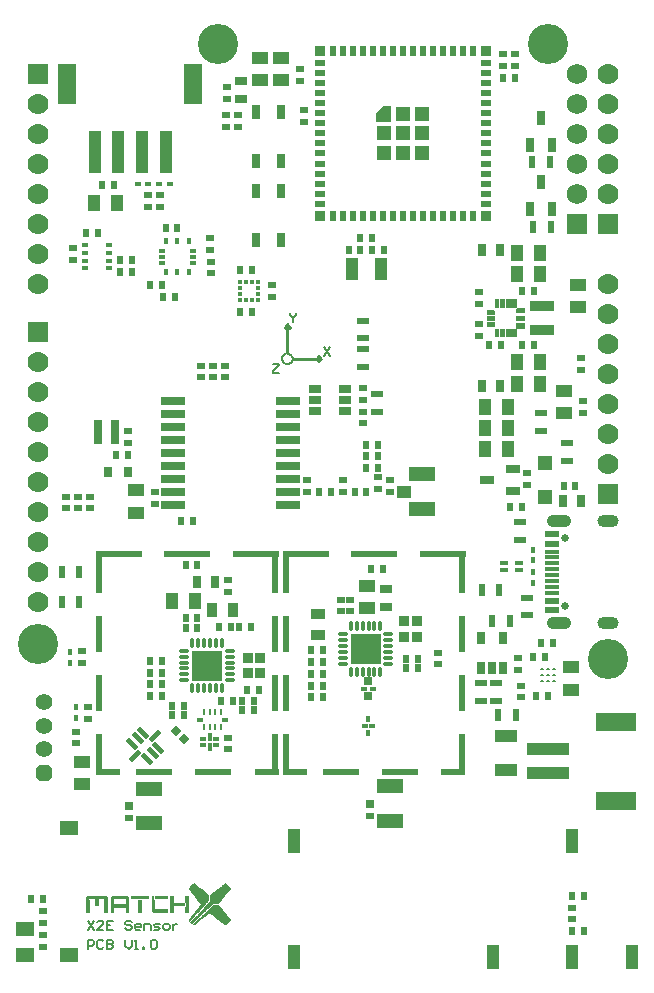
<source format=gts>
G04*
G04 #@! TF.GenerationSoftware,Altium Limited,Altium Designer,23.4.1 (23)*
G04*
G04 Layer_Color=8388736*
%FSLAX44Y44*%
%MOMM*%
G71*
G04*
G04 #@! TF.SameCoordinates,B80EE6FD-DE0C-41A8-97C9-53CED130240B*
G04*
G04*
G04 #@! TF.FilePolarity,Negative*
G04*
G01*
G75*
%ADD10C,0.2000*%
%ADD18C,0.2560*%
%ADD19C,0.2032*%
%ADD26R,1.1500X0.6000*%
%ADD27R,1.1500X0.3000*%
%ADD67R,0.6000X0.3000*%
%ADD68R,0.2500X0.5000*%
%ADD87C,0.1725*%
%ADD88C,0.1270*%
%ADD89R,0.3516X0.6016*%
%ADD90R,0.6016X0.3516*%
%ADD91R,1.1016X1.9016*%
%ADD92R,1.1016X2.0516*%
%ADD93R,1.6016X1.3016*%
%ADD94R,0.7516X1.1516*%
%ADD95R,0.7016X0.6016*%
%ADD96R,1.1016X0.7016*%
%ADD97R,0.7016X1.1016*%
%ADD98R,1.2516X0.7016*%
%ADD99R,0.5016X0.4016*%
%ADD100R,0.7016X0.9016*%
%ADD101R,1.3016X1.3016*%
%ADD102R,1.3016X1.3016*%
%ADD103R,2.1016X0.8016*%
%ADD104R,3.1000X0.6000*%
%ADD105R,0.6000X3.1000*%
%ADD106R,3.9000X0.6000*%
%ADD107R,2.1000X0.6000*%
%ADD108R,3.0718X0.6000*%
%ADD109R,2.0558X0.6000*%
%ADD110R,0.8016X2.1016*%
%ADD111R,1.4016X1.0016*%
%ADD112R,1.0016X0.6016*%
%ADD113O,0.9016X0.3516*%
%ADD114O,0.3516X0.9016*%
%ADD115R,2.5000X2.5000*%
%ADD116R,0.3016X0.7016*%
%ADD117R,0.5016X0.3016*%
%ADD118R,0.8500X0.9500*%
G04:AMPARAMS|DCode=119|XSize=0.45mm|YSize=1.1mm|CornerRadius=0mm|HoleSize=0mm|Usage=FLASHONLY|Rotation=315.000|XOffset=0mm|YOffset=0mm|HoleType=Round|Shape=Rectangle|*
%AMROTATEDRECTD119*
4,1,4,-0.5480,-0.2298,0.2298,0.5480,0.5480,0.2298,-0.2298,-0.5480,-0.5480,-0.2298,0.0*
%
%ADD119ROTATEDRECTD119*%

G04:AMPARAMS|DCode=120|XSize=0.45mm|YSize=1.1mm|CornerRadius=0mm|HoleSize=0mm|Usage=FLASHONLY|Rotation=225.000|XOffset=0mm|YOffset=0mm|HoleType=Round|Shape=Rectangle|*
%AMROTATEDRECTD120*
4,1,4,-0.2298,0.5480,0.5480,-0.2298,0.2298,-0.5480,-0.5480,0.2298,-0.2298,0.5480,0.0*
%
%ADD120ROTATEDRECTD120*%

%ADD121R,0.6016X0.4516*%
%ADD122R,0.3766X0.3516*%
%ADD123R,0.3516X0.3766*%
%ADD124R,2.1016X0.9016*%
%ADD125R,0.9016X1.3016*%
%ADD126R,0.7016X1.0016*%
%ADD127R,0.5500X0.4000*%
%ADD128R,0.4000X0.5500*%
%ADD129R,0.6500X0.6500*%
%ADD130R,0.6000X0.4000*%
%ADD131R,1.6016X3.5016*%
%ADD132R,1.1016X3.6016*%
%ADD133R,3.5016X1.6016*%
%ADD134R,3.6016X1.1016*%
%ADD135R,1.9016X1.1016*%
%ADD136R,0.6016X0.6016*%
%ADD137R,0.9016X0.9016*%
%ADD138R,0.9016X0.5016*%
%ADD139R,0.5016X0.9016*%
%ADD140R,0.8016X0.4016*%
%ADD141R,1.1516X1.1016*%
%ADD142R,2.3016X1.1516*%
%ADD143R,0.8016X0.7016*%
%ADD144R,2.2352X1.1516*%
%ADD145R,1.0016X1.4016*%
%ADD146R,0.6016X0.7016*%
%ADD147R,0.4016X0.5016*%
%ADD148R,0.6016X1.0016*%
%ADD149R,1.0016X0.7016*%
%ADD150R,0.7016X1.2516*%
%ADD151R,1.3016X0.9016*%
G04:AMPARAMS|DCode=152|XSize=0.6016mm|YSize=0.7016mm|CornerRadius=0mm|HoleSize=0mm|Usage=FLASHONLY|Rotation=135.000|XOffset=0mm|YOffset=0mm|HoleType=Round|Shape=Rectangle|*
%AMROTATEDRECTD152*
4,1,4,0.4608,0.0354,-0.0354,-0.4608,-0.4608,-0.0354,0.0354,0.4608,0.4608,0.0354,0.0*
%
%ADD152ROTATEDRECTD152*%

%ADD153C,1.7516*%
%ADD154R,1.7516X1.7516*%
%ADD155C,0.6500*%
G04:AMPARAMS|DCode=156|XSize=2.1mm|YSize=1mm|CornerRadius=0.5mm|HoleSize=0mm|Usage=FLASHONLY|Rotation=180.000|XOffset=0mm|YOffset=0mm|HoleType=Round|Shape=RoundedRectangle|*
%AMROUNDEDRECTD156*
21,1,2.1000,0.0000,0,0,180.0*
21,1,1.1000,1.0000,0,0,180.0*
1,1,1.0000,-0.5500,0.0000*
1,1,1.0000,0.5500,0.0000*
1,1,1.0000,0.5500,0.0000*
1,1,1.0000,-0.5500,0.0000*
%
%ADD156ROUNDEDRECTD156*%
G04:AMPARAMS|DCode=157|XSize=1.8mm|YSize=1mm|CornerRadius=0.5mm|HoleSize=0mm|Usage=FLASHONLY|Rotation=180.000|XOffset=0mm|YOffset=0mm|HoleType=Round|Shape=RoundedRectangle|*
%AMROUNDEDRECTD157*
21,1,1.8000,0.0000,0,0,180.0*
21,1,0.8000,1.0000,0,0,180.0*
1,1,1.0000,-0.4000,0.0000*
1,1,1.0000,0.4000,0.0000*
1,1,1.0000,0.4000,0.0000*
1,1,1.0000,-0.4000,0.0000*
%
%ADD157ROUNDEDRECTD157*%
G04:AMPARAMS|DCode=158|XSize=1.4016mm|YSize=1.4016mm|CornerRadius=0mm|HoleSize=0mm|Usage=FLASHONLY|Rotation=270.000|XOffset=0mm|YOffset=0mm|HoleType=Round|Shape=Octagon|*
%AMOCTAGOND158*
4,1,8,-0.3504,-0.7008,0.3504,-0.7008,0.7008,-0.3504,0.7008,0.3504,0.3504,0.7008,-0.3504,0.7008,-0.7008,0.3504,-0.7008,-0.3504,-0.3504,-0.7008,0.0*
%
%ADD158OCTAGOND158*%

%ADD159C,1.4016*%
%ADD160C,1.7780*%
%ADD161R,1.7780X1.7780*%
%ADD162C,3.4016*%
G36*
X80600Y312501D02*
X80695Y312472D01*
X80784Y312424D01*
X80861Y312361D01*
X80924Y312284D01*
X80972Y312195D01*
X81001Y312100D01*
X81011Y312000D01*
Y300000D01*
X81001Y299900D01*
X80972Y299805D01*
X80924Y299716D01*
X80861Y299639D01*
X80784Y299576D01*
X80695Y299528D01*
X80600Y299499D01*
X80500Y299489D01*
X68500D01*
X68400Y299499D01*
X68305Y299528D01*
X68216Y299576D01*
X68139Y299639D01*
X68076Y299716D01*
X68028Y299805D01*
X67999Y299900D01*
X67990Y300000D01*
X67990Y306000D01*
X67999Y306099D01*
X68028Y306195D01*
X68075Y306283D01*
X68139Y306361D01*
X74139Y312361D01*
X74139Y312361D01*
X74181Y312396D01*
X74216Y312424D01*
X74305Y312472D01*
X74400Y312501D01*
X74500Y312511D01*
X80500D01*
X80600Y312501D01*
D02*
G37*
G36*
X187100Y149001D02*
X187102Y149000D01*
X187500D01*
Y148602D01*
X187501Y148600D01*
X187511Y148500D01*
Y142830D01*
X187509Y142813D01*
X187509Y142795D01*
X187504Y142763D01*
X187501Y142730D01*
X187500Y142728D01*
Y142330D01*
X186490Y141750D01*
X186092D01*
X186090Y141749D01*
X186072Y141748D01*
X186056Y141744D01*
X186023Y141743D01*
X185990Y141740D01*
X179000D01*
X178900Y141749D01*
X178898Y141750D01*
X178500D01*
Y142148D01*
X178499Y142150D01*
X178490Y142250D01*
Y148500D01*
X178499Y148600D01*
X178500Y148602D01*
Y149000D01*
X178898D01*
X178900Y149001D01*
X179000Y149010D01*
X187000D01*
X187100Y149001D01*
D02*
G37*
G36*
X177100D02*
X177102Y149000D01*
X177500D01*
Y148602D01*
X177501Y148600D01*
X177511Y148500D01*
Y142250D01*
X177501Y142150D01*
X177500Y142148D01*
Y141750D01*
X177102D01*
X177100Y141749D01*
X177000Y141740D01*
X174000D01*
X173900Y141749D01*
X173898Y141750D01*
X173500D01*
Y142148D01*
X173499Y142150D01*
X173490Y142250D01*
Y148500D01*
X173499Y148600D01*
X173500Y148602D01*
Y149000D01*
X173898D01*
X173900Y149001D01*
X174000Y149010D01*
X177000D01*
X177100Y149001D01*
D02*
G37*
G36*
X172100D02*
X172102Y149000D01*
X172500D01*
Y148602D01*
X172501Y148600D01*
X172511Y148500D01*
Y142250D01*
X172501Y142150D01*
X172500Y142148D01*
Y141750D01*
X172102D01*
X172100Y141749D01*
X172000Y141740D01*
X169000D01*
X168900Y141749D01*
X168898Y141750D01*
X168500D01*
Y142148D01*
X168499Y142150D01*
X168490Y142250D01*
Y148500D01*
X168499Y148600D01*
X168500Y148602D01*
Y149000D01*
X168898D01*
X168900Y149001D01*
X169000Y149010D01*
X172000D01*
X172100Y149001D01*
D02*
G37*
G36*
X193600Y141751D02*
X193602Y141750D01*
X194000D01*
Y141352D01*
X194001Y141350D01*
X194011Y141250D01*
Y137750D01*
X194001Y137650D01*
X194000Y137648D01*
Y137250D01*
X193602D01*
X193600Y137249D01*
X193500Y137240D01*
X187250D01*
X187150Y137249D01*
X187148Y137250D01*
X186750D01*
Y137648D01*
X186749Y137650D01*
X186740Y137750D01*
Y140670D01*
X186741Y140687D01*
X186741Y140705D01*
X186746Y140737D01*
X186749Y140770D01*
X186750Y140772D01*
Y141170D01*
X187760Y141750D01*
X188158D01*
X188160Y141751D01*
X188178Y141752D01*
X188195Y141756D01*
X188227Y141757D01*
X188260Y141760D01*
X193500D01*
X193600Y141751D01*
D02*
G37*
G36*
X167500Y140001D02*
X167502Y140000D01*
X167900D01*
X169250Y138650D01*
Y138252D01*
X169251Y138250D01*
X169261Y138150D01*
Y136500D01*
X169251Y136400D01*
X169250Y136398D01*
Y136000D01*
X168852D01*
X168850Y135999D01*
X168750Y135990D01*
X162500D01*
X162400Y135999D01*
X162398Y136000D01*
X162000D01*
Y136398D01*
X161999Y136400D01*
X161990Y136500D01*
Y139500D01*
X161999Y139600D01*
X162000Y139602D01*
Y140000D01*
X162398D01*
X162400Y140001D01*
X162500Y140010D01*
X167400D01*
X167500Y140001D01*
D02*
G37*
G36*
X168850Y135001D02*
X168852Y135000D01*
X169250D01*
Y134602D01*
X169251Y134600D01*
X169261Y134500D01*
Y131500D01*
X169251Y131400D01*
X169250Y131398D01*
Y131000D01*
X168852D01*
X168850Y130999D01*
X168750Y130990D01*
X162500D01*
X162400Y130999D01*
X162398Y131000D01*
X162000D01*
Y131398D01*
X161999Y131400D01*
X161990Y131500D01*
Y134500D01*
X161999Y134600D01*
X162000Y134602D01*
Y135000D01*
X162398D01*
X162400Y135001D01*
X162500Y135010D01*
X168750D01*
X168850Y135001D01*
D02*
G37*
G36*
X193600Y135251D02*
X193602Y135250D01*
X194000D01*
Y134852D01*
X194001Y134850D01*
X194011Y134750D01*
Y131250D01*
X194001Y131150D01*
X194000Y131148D01*
Y130750D01*
X193602D01*
X193600Y130749D01*
X193500Y130739D01*
X187250D01*
X187150Y130749D01*
X187148Y130750D01*
X186750D01*
Y131148D01*
X186749Y131150D01*
X186740Y131250D01*
Y134750D01*
X186749Y134850D01*
X186750Y134852D01*
Y135250D01*
X187148D01*
X187150Y135251D01*
X187250Y135260D01*
X193500D01*
X193600Y135251D01*
D02*
G37*
G36*
X168850Y130001D02*
X168852Y130000D01*
X169250D01*
Y129602D01*
X169251Y129600D01*
X169261Y129500D01*
Y126500D01*
X169251Y126400D01*
X169250Y126398D01*
Y126000D01*
X168852D01*
X168850Y125999D01*
X168750Y125990D01*
X162500D01*
X162400Y125999D01*
X162398Y126000D01*
X162000D01*
Y126398D01*
X161999Y126400D01*
X161990Y126500D01*
Y129500D01*
X161999Y129600D01*
X162000Y129602D01*
Y130000D01*
X162398D01*
X162400Y130001D01*
X162500Y130010D01*
X168750D01*
X168850Y130001D01*
D02*
G37*
G36*
X193600Y128751D02*
X193602Y128750D01*
X194000D01*
Y128352D01*
X194001Y128350D01*
X194011Y128250D01*
Y124750D01*
X194001Y124650D01*
X194000Y124648D01*
Y124250D01*
X193602D01*
X193600Y124249D01*
X193500Y124240D01*
X188260D01*
X188227Y124243D01*
X188195Y124244D01*
X188178Y124248D01*
X188160Y124249D01*
X188158Y124250D01*
X187760D01*
X186750Y124830D01*
Y125228D01*
X186749Y125230D01*
X186746Y125263D01*
X186741Y125295D01*
X186741Y125313D01*
X186740Y125330D01*
Y128250D01*
X186749Y128350D01*
X186750Y128352D01*
Y128750D01*
X187148D01*
X187150Y128751D01*
X187250Y128760D01*
X193500D01*
X193600Y128751D01*
D02*
G37*
G36*
X186023Y124257D02*
X186056Y124256D01*
X186072Y124252D01*
X186090Y124251D01*
X186092Y124250D01*
X186490D01*
X187500Y123670D01*
Y123272D01*
X187501Y123270D01*
X187504Y123237D01*
X187509Y123205D01*
X187509Y123187D01*
X187511Y123170D01*
Y117500D01*
X187501Y117400D01*
X187500Y117398D01*
Y117000D01*
X187102D01*
X187100Y116999D01*
X187000Y116989D01*
X179000D01*
X178900Y116999D01*
X178898Y117000D01*
X178500D01*
Y117398D01*
X178499Y117400D01*
X178490Y117500D01*
Y123750D01*
X178499Y123850D01*
X178500Y123852D01*
Y124250D01*
X178898D01*
X178900Y124251D01*
X179000Y124261D01*
X185990D01*
X186023Y124257D01*
D02*
G37*
G36*
X177100Y124251D02*
X177102Y124250D01*
X177500D01*
Y123852D01*
X177501Y123850D01*
X177511Y123750D01*
Y117500D01*
X177501Y117400D01*
X177500Y117398D01*
Y117000D01*
X177102D01*
X177100Y116999D01*
X177000Y116989D01*
X174000D01*
X173900Y116999D01*
X173898Y117000D01*
X173500D01*
Y117398D01*
X173499Y117400D01*
X173490Y117500D01*
Y123750D01*
X173499Y123850D01*
X173500Y123852D01*
Y124250D01*
X173898D01*
X173900Y124251D01*
X174000Y124261D01*
X177000D01*
X177100Y124251D01*
D02*
G37*
G36*
X172100D02*
X172102Y124250D01*
X172500D01*
Y123852D01*
X172501Y123850D01*
X172511Y123750D01*
Y117500D01*
X172501Y117400D01*
X172500Y117398D01*
Y117000D01*
X172102D01*
X172100Y116999D01*
X172000Y116989D01*
X169000D01*
X168900Y116999D01*
X168898Y117000D01*
X168500D01*
Y117398D01*
X168499Y117400D01*
X168490Y117500D01*
Y123750D01*
X168499Y123850D01*
X168500Y123852D01*
Y124250D01*
X168898D01*
X168900Y124251D01*
X169000Y124261D01*
X172000D01*
X172100Y124251D01*
D02*
G37*
G36*
X-108340Y-356114D02*
X-108155Y-356280D01*
X-108081Y-356373D01*
X-108026Y-356484D01*
X-108007Y-356558D01*
Y-356577D01*
Y-356595D01*
Y-356688D01*
X-107989Y-356836D01*
Y-357002D01*
Y-357169D01*
Y-357336D01*
Y-357484D01*
Y-357576D01*
Y-357595D01*
Y-357613D01*
Y-358725D01*
X-108396Y-359095D01*
X-118432D01*
X-118932Y-358613D01*
Y-357391D01*
Y-357206D01*
Y-357039D01*
Y-356891D01*
X-118913Y-356762D01*
Y-356651D01*
Y-356577D01*
Y-356540D01*
Y-356521D01*
Y-356391D01*
X-118895Y-356299D01*
Y-356225D01*
Y-356169D01*
Y-356132D01*
Y-356114D01*
X-118376D01*
X-118080Y-356095D01*
X-116691D01*
X-116062Y-356077D01*
X-113581D01*
X-108340Y-356114D01*
D02*
G37*
G36*
X-127079Y-356095D02*
X-125357D01*
X-125154Y-356114D01*
X-124598D01*
X-124450Y-356132D01*
X-124209Y-356169D01*
X-124024Y-356225D01*
X-123876Y-356280D01*
X-123802Y-356336D01*
X-123746Y-356391D01*
X-123709Y-356410D01*
Y-356428D01*
Y-356447D01*
Y-356502D01*
X-123691Y-356651D01*
Y-356780D01*
Y-356817D01*
Y-356836D01*
X-123672Y-357114D01*
Y-357373D01*
Y-357484D01*
Y-357576D01*
Y-357632D01*
Y-357651D01*
Y-357928D01*
Y-358132D01*
X-123691Y-358299D01*
Y-358428D01*
Y-358521D01*
X-123709Y-358576D01*
Y-358595D01*
Y-358613D01*
X-123746Y-358725D01*
X-123802Y-358817D01*
X-123839Y-358873D01*
X-123857Y-358891D01*
X-124061Y-359095D01*
X-129616D01*
X-130171Y-358484D01*
X-132671D01*
X-133264Y-359095D01*
X-137393D01*
X-137689Y-359076D01*
X-138208D01*
X-138430Y-359058D01*
X-138597Y-359039D01*
X-138708D01*
X-138800Y-359021D01*
X-138837D01*
X-138874Y-359002D01*
X-138893D01*
X-139023Y-358873D01*
X-139096Y-358725D01*
X-139134Y-358613D01*
X-139152Y-358595D01*
Y-358576D01*
X-139171Y-358447D01*
X-139189Y-358299D01*
X-139208Y-357947D01*
Y-357799D01*
Y-357669D01*
Y-357576D01*
Y-357539D01*
Y-356502D01*
X-138985Y-356280D01*
X-138745Y-356077D01*
X-127357D01*
X-127079Y-356095D01*
D02*
G37*
G36*
X-91213Y-356095D02*
X-91120D01*
X-90990Y-356132D01*
X-90879Y-356188D01*
X-90805Y-356262D01*
X-90768Y-356280D01*
X-90527Y-356465D01*
Y-370001D01*
X-90731Y-370205D01*
X-90842Y-370297D01*
X-90935Y-370334D01*
X-91009Y-370371D01*
X-91138D01*
X-91268Y-370390D01*
X-93157D01*
X-93546Y-369927D01*
Y-365150D01*
X-92953Y-364557D01*
Y-361983D01*
X-93546Y-361391D01*
Y-358928D01*
X-93509Y-356428D01*
X-93305Y-356262D01*
X-93194Y-356169D01*
X-93083Y-356114D01*
X-93009Y-356095D01*
X-92879D01*
X-92750Y-356077D01*
X-91305D01*
X-91213Y-356095D01*
D02*
G37*
G36*
X-103063Y-356502D02*
Y-361743D01*
X-94064D01*
X-93546Y-362187D01*
Y-364243D01*
X-94027Y-364724D01*
X-103063D01*
Y-367298D01*
Y-367649D01*
Y-367983D01*
Y-368279D01*
Y-368538D01*
Y-368760D01*
X-103082Y-368964D01*
Y-369149D01*
Y-369297D01*
Y-369427D01*
Y-369520D01*
X-103100Y-369612D01*
Y-369668D01*
Y-369760D01*
Y-369779D01*
X-103119Y-369927D01*
X-103156Y-370057D01*
X-103193Y-370168D01*
X-103248Y-370242D01*
X-103285Y-370297D01*
X-103341Y-370334D01*
X-103359Y-370353D01*
X-103600D01*
X-103730Y-370371D01*
X-103785D01*
X-104063Y-370390D01*
X-105248Y-370390D01*
X-105378Y-370372D01*
X-105563D01*
X-105674Y-370334D01*
X-105785Y-370279D01*
X-105859Y-370223D01*
X-105878Y-370205D01*
X-106044Y-370001D01*
Y-356502D01*
X-105841Y-356280D01*
X-105618Y-356077D01*
X-103471Y-356077D01*
X-103063Y-356502D01*
D02*
G37*
G36*
X-119543Y-358891D02*
X-118858Y-359595D01*
Y-367372D01*
X-108340Y-367390D01*
X-108155Y-367575D01*
X-108081Y-367687D01*
X-108026Y-367798D01*
X-108007Y-367872D01*
Y-367890D01*
Y-367909D01*
Y-368001D01*
X-107989Y-368131D01*
Y-368279D01*
Y-368446D01*
Y-368594D01*
Y-368723D01*
Y-368816D01*
Y-368853D01*
Y-369131D01*
Y-369372D01*
Y-369538D01*
Y-369668D01*
X-108007Y-369760D01*
Y-369835D01*
Y-369853D01*
Y-369871D01*
X-108044Y-369983D01*
X-108081Y-370075D01*
X-108137Y-370149D01*
X-108155Y-370168D01*
X-108340Y-370390D01*
X-116988D01*
X-117284Y-370372D01*
X-118691D01*
X-119024Y-370353D01*
X-119710D01*
X-119839Y-370334D01*
X-120043D01*
X-120302Y-370297D01*
X-120543Y-370242D01*
X-120747Y-370168D01*
X-120913Y-370075D01*
X-121043Y-370001D01*
X-121135Y-369927D01*
X-121191Y-369890D01*
X-121209Y-369871D01*
X-121321Y-369779D01*
X-121395Y-369686D01*
X-121469Y-369612D01*
X-121487Y-369594D01*
X-121561Y-369464D01*
X-121617Y-369372D01*
X-121654Y-369297D01*
X-121672Y-369279D01*
X-121709Y-369149D01*
X-121747Y-368983D01*
X-121784Y-368798D01*
X-121802Y-368612D01*
Y-368446D01*
X-121820Y-368298D01*
Y-368205D01*
Y-368168D01*
Y-368075D01*
Y-367964D01*
Y-367835D01*
Y-367705D01*
Y-367353D01*
X-121839Y-366983D01*
Y-366557D01*
Y-366094D01*
Y-365168D01*
Y-364705D01*
Y-364261D01*
Y-363854D01*
Y-363502D01*
Y-363205D01*
Y-363076D01*
Y-362983D01*
Y-362891D01*
Y-362835D01*
Y-362798D01*
Y-362780D01*
Y-362335D01*
Y-361909D01*
Y-361502D01*
Y-361113D01*
X-121858Y-360761D01*
Y-360428D01*
Y-360113D01*
Y-359817D01*
Y-359539D01*
Y-359280D01*
Y-358817D01*
X-121839Y-358428D01*
Y-358095D01*
Y-357817D01*
Y-357595D01*
Y-357428D01*
X-121820Y-357299D01*
Y-357206D01*
Y-357132D01*
Y-357095D01*
X-121784Y-356836D01*
X-121747Y-356632D01*
X-121691Y-356465D01*
X-121635Y-356354D01*
X-121580Y-356262D01*
X-121524Y-356225D01*
X-121506Y-356188D01*
X-121487D01*
X-121395Y-356132D01*
X-121265Y-356114D01*
X-121154Y-356095D01*
X-121117D01*
X-120895Y-356077D01*
X-119543D01*
Y-358891D01*
D02*
G37*
G36*
X-129931Y-359595D02*
Y-370001D01*
X-130098Y-370205D01*
X-130209Y-370297D01*
X-130320Y-370334D01*
X-130394Y-370372D01*
X-130523D01*
X-130653Y-370390D01*
X-132560D01*
X-132949Y-369927D01*
Y-359650D01*
X-132708Y-359410D01*
X-132468Y-359169D01*
X-130338D01*
X-129931Y-359595D01*
D02*
G37*
G36*
X-145337Y-356095D02*
X-143837D01*
X-143540Y-356114D01*
X-142985D01*
X-142892Y-356132D01*
X-142781D01*
X-142485Y-356169D01*
X-142226Y-356225D01*
X-142022Y-356299D01*
X-141837Y-356373D01*
X-141707Y-356428D01*
X-141596Y-356502D01*
X-141541Y-356540D01*
X-141522Y-356558D01*
X-141430Y-356669D01*
X-141337Y-356780D01*
X-141281Y-356854D01*
X-141263Y-356891D01*
X-141170Y-357002D01*
X-141115Y-357077D01*
X-141078Y-357132D01*
Y-357151D01*
X-140893Y-357465D01*
X-140874Y-363761D01*
Y-370001D01*
X-141041Y-370205D01*
X-141152Y-370297D01*
X-141244Y-370334D01*
X-141319Y-370372D01*
X-141448D01*
X-141578Y-370390D01*
X-142559D01*
X-142744Y-370372D01*
X-142911D01*
X-143059Y-370353D01*
X-143189Y-370334D01*
X-143300Y-370316D01*
X-143466Y-370279D01*
X-143577Y-370242D01*
X-143652Y-370223D01*
X-143670Y-370186D01*
X-143689D01*
X-143707Y-370131D01*
X-143726Y-370038D01*
X-143744Y-369909D01*
X-143763Y-369779D01*
X-143800Y-369446D01*
X-143818Y-369094D01*
X-143837Y-368742D01*
Y-368594D01*
X-143855Y-368446D01*
Y-368335D01*
Y-368242D01*
Y-368186D01*
Y-368168D01*
X-143892Y-366261D01*
X-152836D01*
X-153373Y-365761D01*
Y-363724D01*
X-152873Y-363224D01*
X-143855D01*
Y-359095D01*
X-153373D01*
Y-362817D01*
X-153947Y-363409D01*
Y-365983D01*
X-153373Y-366557D01*
Y-369927D01*
X-153743Y-370390D01*
X-155539D01*
X-155669Y-370372D01*
X-155873D01*
X-155984Y-370334D01*
X-156076Y-370279D01*
X-156150Y-370223D01*
X-156169Y-370205D01*
X-156391Y-370001D01*
X-156354Y-363724D01*
X-156317Y-357391D01*
X-156113Y-357021D01*
X-155984Y-356836D01*
X-155836Y-356669D01*
X-155724Y-356577D01*
X-155687Y-356540D01*
X-155669D01*
X-155447Y-356391D01*
X-155243Y-356280D01*
X-155169Y-356243D01*
X-155095Y-356206D01*
X-155058Y-356188D01*
X-155039D01*
X-154984Y-356169D01*
X-154928D01*
X-154743Y-356132D01*
X-154502D01*
X-154262Y-356114D01*
X-154021Y-356095D01*
X-152688D01*
X-152317Y-356077D01*
X-145614D01*
X-145337Y-356095D01*
D02*
G37*
G36*
X-164149D02*
X-162205D01*
X-162020Y-356114D01*
X-161150D01*
X-161020Y-356132D01*
X-160891D01*
X-160539Y-356169D01*
X-160243Y-356225D01*
X-160002Y-356299D01*
X-159798Y-356373D01*
X-159631Y-356428D01*
X-159539Y-356502D01*
X-159465Y-356540D01*
X-159446Y-356558D01*
X-159354Y-356669D01*
X-159280Y-356780D01*
X-159224Y-356854D01*
X-159206Y-356891D01*
X-159113Y-357002D01*
X-159039Y-357077D01*
X-159002Y-357132D01*
X-158983Y-357151D01*
X-158817Y-357465D01*
X-158780Y-363613D01*
Y-364076D01*
Y-364539D01*
Y-364965D01*
Y-365372D01*
Y-365761D01*
Y-366113D01*
Y-366465D01*
Y-366761D01*
X-158798Y-367038D01*
Y-367298D01*
Y-367501D01*
Y-367687D01*
Y-367835D01*
Y-367927D01*
Y-368001D01*
Y-368020D01*
Y-368353D01*
Y-368631D01*
Y-368890D01*
X-158817Y-369094D01*
Y-369279D01*
Y-369446D01*
Y-369557D01*
Y-369668D01*
Y-369742D01*
Y-369816D01*
Y-369890D01*
Y-369927D01*
X-158872Y-370038D01*
X-158891Y-370075D01*
X-158909Y-370094D01*
X-158965Y-370186D01*
X-158983Y-370223D01*
Y-370242D01*
X-159076Y-370316D01*
X-159187Y-370353D01*
X-159261Y-370372D01*
X-159391D01*
X-159539Y-370390D01*
X-160965D01*
X-161094Y-370372D01*
X-161298D01*
X-161427Y-370334D01*
X-161520Y-370279D01*
X-161576Y-370223D01*
X-161594Y-370205D01*
X-161798Y-370001D01*
Y-359095D01*
X-166390D01*
Y-364280D01*
X-166760Y-364724D01*
X-168575D01*
X-168705Y-364705D01*
X-168908D01*
X-169038Y-364668D01*
X-169130Y-364631D01*
X-169186Y-364576D01*
X-169205Y-364557D01*
X-169408Y-364372D01*
Y-359095D01*
X-173612D01*
X-174259Y-358410D01*
X-177000D01*
Y-357428D01*
Y-357188D01*
Y-356984D01*
X-176982Y-356817D01*
Y-356688D01*
Y-356614D01*
X-176963Y-356540D01*
Y-356521D01*
Y-356502D01*
X-176889Y-356354D01*
X-176796Y-356262D01*
X-176704Y-356206D01*
X-176685Y-356188D01*
X-176667D01*
Y-356151D01*
X-176630D01*
X-176556Y-356132D01*
X-176333D01*
X-176167Y-356114D01*
X-175648D01*
X-175296Y-356095D01*
X-173408D01*
X-172926Y-356077D01*
X-164538D01*
X-164149Y-356095D01*
D02*
G37*
G36*
X-173982Y-359595D02*
X-174019Y-364798D01*
Y-370001D01*
X-174223Y-370168D01*
X-174315Y-370279D01*
X-174408Y-370334D01*
X-174482Y-370372D01*
X-174611D01*
X-174741Y-370390D01*
X-176130D01*
X-176259Y-370372D01*
X-176463D01*
X-176593Y-370334D01*
X-176704Y-370297D01*
X-176778Y-370260D01*
X-176796Y-370242D01*
X-177000Y-370075D01*
Y-364557D01*
Y-359039D01*
X-174537D01*
X-173982Y-359595D01*
D02*
G37*
G36*
X-85750Y-345467D02*
X-85695Y-345485D01*
X-85676D01*
X-85583Y-345504D01*
X-85510Y-345541D01*
X-85472Y-345559D01*
X-85454D01*
X-85417Y-345578D01*
X-85343Y-345633D01*
X-85250Y-345707D01*
X-85121Y-345800D01*
X-84972Y-345929D01*
X-84824Y-346041D01*
X-84473Y-346318D01*
X-84139Y-346596D01*
X-83973Y-346726D01*
X-83825Y-346837D01*
X-83713Y-346929D01*
X-83621Y-347004D01*
X-83565Y-347040D01*
X-83547Y-347059D01*
X-82825Y-347615D01*
X-82084Y-348207D01*
X-81362Y-348781D01*
X-81010Y-349059D01*
X-80677Y-349337D01*
X-80362Y-349577D01*
X-80084Y-349799D01*
X-79825Y-350003D01*
X-79603Y-350188D01*
X-79418Y-350318D01*
X-79288Y-350429D01*
X-79214Y-350503D01*
X-79177Y-350522D01*
X-73066Y-355429D01*
Y-357650D01*
Y-358076D01*
Y-358428D01*
Y-358743D01*
Y-358984D01*
X-73085Y-359169D01*
Y-359299D01*
Y-359391D01*
Y-359410D01*
Y-359595D01*
X-73103Y-359743D01*
X-73122Y-359854D01*
Y-359928D01*
X-73140Y-359984D01*
Y-360021D01*
X-73159Y-360039D01*
X-73196Y-360076D01*
X-73270Y-360169D01*
X-73400Y-360317D01*
X-73566Y-360484D01*
X-73751Y-360687D01*
X-73955Y-360928D01*
X-74399Y-361409D01*
X-74844Y-361891D01*
X-75066Y-362113D01*
X-75233Y-362317D01*
X-75399Y-362483D01*
X-75511Y-362613D01*
X-75585Y-362687D01*
X-75622Y-362724D01*
X-76547Y-363724D01*
X-77473Y-364724D01*
X-77936Y-365205D01*
X-78381Y-365687D01*
X-78807Y-366150D01*
X-79195Y-366576D01*
X-79566Y-366983D01*
X-79917Y-367353D01*
X-80214Y-367687D01*
X-80473Y-367964D01*
X-80677Y-368186D01*
X-80843Y-368353D01*
X-80936Y-368464D01*
X-80973Y-368483D01*
Y-368501D01*
X-82047Y-369668D01*
X-82565Y-370223D01*
X-83065Y-370760D01*
X-83547Y-371279D01*
X-83991Y-371760D01*
X-84417Y-372223D01*
X-84806Y-372649D01*
X-85176Y-373019D01*
X-85491Y-373371D01*
X-85769Y-373667D01*
X-86009Y-373927D01*
X-86195Y-374130D01*
X-86343Y-374278D01*
X-86417Y-374371D01*
X-86454Y-374408D01*
X-86898Y-374889D01*
X-87306Y-375334D01*
X-87657Y-375704D01*
X-87972Y-376037D01*
X-88231Y-376334D01*
X-88472Y-376575D01*
X-88676Y-376797D01*
X-88824Y-376963D01*
X-88972Y-377112D01*
X-89065Y-377223D01*
X-89157Y-377315D01*
X-89213Y-377371D01*
X-89250Y-377408D01*
X-89287Y-377445D01*
X-89305Y-377463D01*
X-89657Y-377815D01*
X-89861Y-377537D01*
X-89972Y-377426D01*
X-90065Y-377315D01*
X-90194Y-377149D01*
X-90268Y-377037D01*
X-90287Y-377019D01*
Y-377000D01*
X-90342Y-376834D01*
X-90361Y-376667D01*
X-90379Y-376538D01*
Y-376519D01*
Y-376500D01*
X-90342Y-376389D01*
X-90268Y-376241D01*
X-90176Y-376056D01*
X-90046Y-375871D01*
X-89935Y-375704D01*
X-89824Y-375556D01*
X-89750Y-375463D01*
X-89731Y-375426D01*
X-89657Y-375334D01*
X-89583Y-375223D01*
X-89361Y-374945D01*
X-89102Y-374612D01*
X-88805Y-374241D01*
X-88472Y-373815D01*
X-88120Y-373371D01*
X-87398Y-372464D01*
X-87046Y-372019D01*
X-86713Y-371594D01*
X-86398Y-371205D01*
X-86121Y-370871D01*
X-85898Y-370575D01*
X-85806Y-370464D01*
X-85713Y-370353D01*
X-85658Y-370279D01*
X-85602Y-370223D01*
X-85583Y-370186D01*
X-85565Y-370168D01*
X-85195Y-369705D01*
X-84843Y-369260D01*
X-84510Y-368835D01*
X-84195Y-368427D01*
X-83880Y-368057D01*
X-83602Y-367687D01*
X-83324Y-367353D01*
X-83084Y-367057D01*
X-82862Y-366779D01*
X-82676Y-366539D01*
X-82510Y-366316D01*
X-82362Y-366150D01*
X-82251Y-366002D01*
X-82177Y-365909D01*
X-82121Y-365835D01*
X-82102Y-365816D01*
X-81843Y-365483D01*
X-81602Y-365205D01*
X-81399Y-364946D01*
X-81232Y-364724D01*
X-81084Y-364539D01*
X-80954Y-364372D01*
X-80843Y-364243D01*
X-80751Y-364113D01*
X-80695Y-364039D01*
X-80640Y-363965D01*
X-80566Y-363872D01*
X-80528Y-363835D01*
Y-363817D01*
X-80399Y-363613D01*
X-80343Y-363446D01*
X-80306Y-363335D01*
Y-363317D01*
Y-363298D01*
X-80325Y-363113D01*
X-80380Y-362965D01*
X-80436Y-362854D01*
X-80454Y-362835D01*
Y-362817D01*
X-80473Y-362780D01*
X-80528Y-362706D01*
X-80603Y-362594D01*
X-80695Y-362465D01*
X-80825Y-362317D01*
X-80936Y-362150D01*
X-81214Y-361798D01*
X-81491Y-361465D01*
X-81621Y-361298D01*
X-81732Y-361169D01*
X-81825Y-361039D01*
X-81899Y-360947D01*
X-81936Y-360891D01*
X-81954Y-360872D01*
X-82510Y-360150D01*
X-83102Y-359428D01*
X-83676Y-358688D01*
X-83954Y-358354D01*
X-84213Y-358021D01*
X-84454Y-357706D01*
X-84676Y-357428D01*
X-84880Y-357169D01*
X-85047Y-356965D01*
X-85195Y-356780D01*
X-85287Y-356651D01*
X-85361Y-356577D01*
X-85380Y-356539D01*
X-85750Y-356077D01*
X-86102Y-355651D01*
X-86454Y-355225D01*
X-86769Y-354818D01*
X-87083Y-354447D01*
X-87361Y-354095D01*
X-87620Y-353762D01*
X-87861Y-353466D01*
X-88083Y-353188D01*
X-88287Y-352947D01*
X-88454Y-352744D01*
X-88583Y-352559D01*
X-88694Y-352429D01*
X-88768Y-352318D01*
X-88824Y-352262D01*
X-88842Y-352244D01*
X-89102Y-351929D01*
X-89324Y-351633D01*
X-89509Y-351392D01*
X-89676Y-351188D01*
X-89824Y-351003D01*
X-89953Y-350855D01*
X-90046Y-350725D01*
X-90120Y-350614D01*
X-90194Y-350540D01*
X-90231Y-350466D01*
X-90287Y-350392D01*
X-90324Y-350355D01*
X-90342Y-350318D01*
Y-350262D01*
X-90361Y-350207D01*
Y-350188D01*
X-90379Y-350077D01*
Y-349985D01*
Y-349911D01*
Y-349892D01*
X-90361Y-349762D01*
X-90342Y-349670D01*
X-90324Y-349596D01*
X-90305Y-349559D01*
X-90213Y-349392D01*
X-90083Y-349226D01*
X-90028Y-349151D01*
X-89972Y-349096D01*
X-89953Y-349059D01*
X-89935Y-349040D01*
X-89750Y-348800D01*
X-89509Y-348540D01*
X-89268Y-348263D01*
X-89028Y-348003D01*
X-88805Y-347763D01*
X-88620Y-347578D01*
X-88546Y-347503D01*
X-88491Y-347448D01*
X-88472Y-347429D01*
X-88454Y-347411D01*
X-88083Y-347040D01*
X-87750Y-346726D01*
X-87472Y-346466D01*
X-87232Y-346263D01*
X-87046Y-346115D01*
X-86917Y-346004D01*
X-86824Y-345929D01*
X-86806Y-345911D01*
X-86676Y-345818D01*
X-86565Y-345744D01*
X-86472Y-345670D01*
X-86398Y-345615D01*
X-86324Y-345559D01*
X-86287Y-345541D01*
X-86158Y-345485D01*
X-86028Y-345467D01*
X-85935Y-345448D01*
X-85898D01*
X-85750Y-345467D01*
D02*
G37*
G36*
X-59160D02*
X-59012Y-345485D01*
X-58938Y-345522D01*
X-58901Y-345541D01*
X-58827Y-345578D01*
X-58734Y-345652D01*
X-58549Y-345781D01*
X-58475Y-345837D01*
X-58401Y-345892D01*
X-58364Y-345929D01*
X-58346Y-345948D01*
X-58049Y-346207D01*
X-57735Y-346466D01*
X-57438Y-346744D01*
X-57161Y-347004D01*
X-56938Y-347226D01*
X-56753Y-347392D01*
X-56679Y-347466D01*
X-56624Y-347522D01*
X-56605Y-347541D01*
X-56587Y-347559D01*
X-56253Y-347892D01*
X-55957Y-348207D01*
X-55698Y-348503D01*
X-55494Y-348744D01*
X-55346Y-348929D01*
X-55235Y-349077D01*
X-55161Y-349170D01*
X-55142Y-349207D01*
X-55013Y-349374D01*
X-54939Y-349485D01*
X-54901Y-349577D01*
X-54883Y-349596D01*
X-54846Y-349707D01*
X-54827Y-349837D01*
Y-349929D01*
Y-349948D01*
Y-349966D01*
Y-350355D01*
X-59790Y-356558D01*
X-64771Y-362780D01*
X-67419D01*
X-67696Y-362798D01*
X-68159D01*
X-68363Y-362817D01*
X-68919D01*
X-68993Y-362835D01*
X-69215D01*
X-69456Y-362872D01*
X-69641Y-362909D01*
X-69752Y-362965D01*
X-69770Y-362983D01*
X-69789D01*
X-69844Y-363020D01*
X-69956Y-363113D01*
X-70085Y-363224D01*
X-70233Y-363354D01*
X-70381Y-363483D01*
X-70493Y-363594D01*
X-70585Y-363668D01*
X-70622Y-363705D01*
X-70918Y-363983D01*
X-71252Y-364261D01*
X-71585Y-364576D01*
X-71900Y-364854D01*
X-72178Y-365113D01*
X-72307Y-365224D01*
X-72418Y-365335D01*
X-72492Y-365409D01*
X-72566Y-365465D01*
X-72603Y-365502D01*
X-72622Y-365520D01*
X-73103Y-365965D01*
X-73585Y-366427D01*
X-74066Y-366872D01*
X-74529Y-367279D01*
X-74733Y-367464D01*
X-74918Y-367649D01*
X-75085Y-367798D01*
X-75214Y-367927D01*
X-75325Y-368038D01*
X-75418Y-368112D01*
X-75473Y-368168D01*
X-75492Y-368186D01*
X-76103Y-368760D01*
X-76714Y-369316D01*
X-77307Y-369853D01*
X-77584Y-370112D01*
X-77825Y-370353D01*
X-78066Y-370575D01*
X-78288Y-370779D01*
X-78473Y-370946D01*
X-78640Y-371094D01*
X-78769Y-371223D01*
X-78881Y-371316D01*
X-78936Y-371371D01*
X-78955Y-371390D01*
X-87843Y-379630D01*
X-88435Y-379056D01*
X-89028Y-378500D01*
X-87917Y-377334D01*
X-87620Y-377019D01*
X-87306Y-376667D01*
X-86639Y-375945D01*
X-85935Y-375204D01*
X-85602Y-374852D01*
X-85287Y-374501D01*
X-84972Y-374167D01*
X-84695Y-373871D01*
X-84436Y-373593D01*
X-84213Y-373353D01*
X-84047Y-373167D01*
X-83898Y-373019D01*
X-83825Y-372927D01*
X-83787Y-372890D01*
X-82806Y-371834D01*
X-81880Y-370834D01*
X-81436Y-370353D01*
X-81010Y-369908D01*
X-80603Y-369464D01*
X-80232Y-369057D01*
X-79880Y-368686D01*
X-79566Y-368353D01*
X-79306Y-368075D01*
X-79066Y-367816D01*
X-78881Y-367631D01*
X-78751Y-367483D01*
X-78677Y-367390D01*
X-78640Y-367353D01*
X-78177Y-366853D01*
X-77733Y-366353D01*
X-77307Y-365890D01*
X-76899Y-365465D01*
X-76510Y-365039D01*
X-76159Y-364650D01*
X-75807Y-364280D01*
X-75511Y-363946D01*
X-75233Y-363650D01*
X-74992Y-363391D01*
X-74770Y-363168D01*
X-74603Y-362965D01*
X-74455Y-362817D01*
X-74363Y-362706D01*
X-74288Y-362631D01*
X-74270Y-362613D01*
X-73937Y-362261D01*
X-73659Y-361946D01*
X-73400Y-361669D01*
X-73177Y-361428D01*
X-72992Y-361224D01*
X-72844Y-361058D01*
X-72715Y-360910D01*
X-72622Y-360798D01*
X-72529Y-360706D01*
X-72474Y-360632D01*
X-72400Y-360539D01*
X-72363Y-360484D01*
X-72326Y-360410D01*
X-72289Y-360335D01*
X-72233Y-360150D01*
Y-360076D01*
X-72215Y-360002D01*
Y-359965D01*
Y-359947D01*
Y-359854D01*
Y-359743D01*
X-72196Y-359613D01*
Y-359447D01*
Y-359113D01*
X-72178Y-358761D01*
Y-358410D01*
X-72159Y-358262D01*
Y-358132D01*
Y-358021D01*
Y-357928D01*
Y-357873D01*
Y-357854D01*
X-72122Y-355429D01*
X-65882Y-350448D01*
X-65475Y-350114D01*
X-65086Y-349818D01*
X-64715Y-349522D01*
X-64382Y-349244D01*
X-64049Y-348966D01*
X-63734Y-348726D01*
X-63160Y-348263D01*
X-62660Y-347874D01*
X-62216Y-347522D01*
X-61845Y-347226D01*
X-61512Y-346967D01*
X-61253Y-346763D01*
X-61031Y-346578D01*
X-60845Y-346448D01*
X-60716Y-346337D01*
X-60605Y-346263D01*
X-60549Y-346207D01*
X-60512Y-346170D01*
X-60494D01*
X-60179Y-345929D01*
X-59920Y-345744D01*
X-59716Y-345615D01*
X-59568Y-345541D01*
X-59457Y-345485D01*
X-59383Y-345467D01*
X-59364Y-345448D01*
X-59345D01*
X-59160Y-345467D01*
D02*
G37*
G36*
X-54827Y-376149D02*
Y-376538D01*
X-54846Y-376741D01*
X-54883Y-376908D01*
X-54939Y-377019D01*
X-54957Y-377037D01*
Y-377056D01*
X-55013Y-377149D01*
X-55124Y-377278D01*
X-55235Y-377445D01*
X-55364Y-377593D01*
X-55494Y-377741D01*
X-55605Y-377871D01*
X-55661Y-377945D01*
X-55698Y-377982D01*
X-55920Y-378241D01*
X-56142Y-378482D01*
X-56364Y-378722D01*
X-56568Y-378926D01*
X-56735Y-379111D01*
X-56883Y-379241D01*
X-56975Y-379333D01*
X-57012Y-379370D01*
X-57290Y-379630D01*
X-57531Y-379852D01*
X-57753Y-380056D01*
X-57957Y-380222D01*
X-58123Y-380352D01*
X-58235Y-380463D01*
X-58327Y-380518D01*
X-58346Y-380537D01*
X-58494Y-380648D01*
X-58605Y-380722D01*
X-58697Y-380796D01*
X-58772Y-380852D01*
X-58827Y-380889D01*
X-58864Y-380907D01*
X-58901Y-380926D01*
X-59012Y-380963D01*
X-59160Y-380981D01*
X-59271Y-381000D01*
X-59697D01*
X-65882Y-376075D01*
X-66789Y-375334D01*
X-67234Y-374982D01*
X-67641Y-374667D01*
X-68030Y-374352D01*
X-68382Y-374056D01*
X-68733Y-373797D01*
X-69030Y-373538D01*
X-69326Y-373316D01*
X-69567Y-373112D01*
X-69789Y-372945D01*
X-69974Y-372797D01*
X-70122Y-372686D01*
X-70215Y-372612D01*
X-70289Y-372556D01*
X-70307Y-372538D01*
X-70641Y-372279D01*
X-70937Y-372038D01*
X-71196Y-371834D01*
X-71418Y-371668D01*
X-71603Y-371520D01*
X-71770Y-371390D01*
X-71900Y-371297D01*
X-72011Y-371205D01*
X-72085Y-371149D01*
X-72159Y-371094D01*
X-72252Y-371038D01*
X-72289Y-371001D01*
X-72381Y-370983D01*
X-72455D01*
X-72511Y-370964D01*
X-72677D01*
X-72733Y-370983D01*
X-72751D01*
X-72789Y-371001D01*
X-72863Y-371038D01*
X-72955Y-371094D01*
X-73085Y-371186D01*
X-73363Y-371371D01*
X-73677Y-371612D01*
X-73992Y-371834D01*
X-74122Y-371945D01*
X-74251Y-372038D01*
X-74363Y-372131D01*
X-74437Y-372186D01*
X-74492Y-372223D01*
X-74511Y-372242D01*
X-74825Y-372482D01*
X-75177Y-372760D01*
X-75548Y-373056D01*
X-75936Y-373353D01*
X-76714Y-373982D01*
X-77103Y-374297D01*
X-77473Y-374593D01*
X-77825Y-374871D01*
X-78158Y-375149D01*
X-78455Y-375389D01*
X-78714Y-375593D01*
X-78936Y-375760D01*
X-79103Y-375889D01*
X-79195Y-375964D01*
X-79232Y-376001D01*
X-85491Y-381000D01*
X-85880D01*
X-86065Y-380981D01*
X-86195Y-380963D01*
X-86269Y-380944D01*
X-86287D01*
X-86398Y-380889D01*
X-86528Y-380796D01*
X-86639Y-380722D01*
X-86657Y-380685D01*
X-86676D01*
X-86787Y-380574D01*
X-86880Y-380500D01*
X-86954Y-380444D01*
X-86972Y-380426D01*
X-87046Y-380370D01*
X-87083Y-380333D01*
X-87120Y-380296D01*
X-87083Y-380259D01*
X-87009Y-380185D01*
X-86861Y-380056D01*
X-86694Y-379889D01*
X-86491Y-379704D01*
X-86250Y-379482D01*
X-85750Y-379019D01*
X-85250Y-378556D01*
X-85028Y-378334D01*
X-84824Y-378148D01*
X-84658Y-377982D01*
X-84510Y-377852D01*
X-84436Y-377778D01*
X-84398Y-377741D01*
X-83362Y-376760D01*
X-82306Y-375778D01*
X-81788Y-375297D01*
X-81306Y-374834D01*
X-80825Y-374389D01*
X-80362Y-373964D01*
X-79955Y-373575D01*
X-79566Y-373223D01*
X-79232Y-372890D01*
X-78936Y-372631D01*
X-78695Y-372408D01*
X-78529Y-372242D01*
X-78418Y-372149D01*
X-78381Y-372112D01*
X-77769Y-371538D01*
X-77158Y-370983D01*
X-76585Y-370446D01*
X-76029Y-369927D01*
X-75492Y-369446D01*
X-74992Y-368983D01*
X-74511Y-368538D01*
X-74085Y-368131D01*
X-73677Y-367761D01*
X-73326Y-367446D01*
X-73011Y-367150D01*
X-72751Y-366909D01*
X-72548Y-366724D01*
X-72400Y-366576D01*
X-72307Y-366502D01*
X-72270Y-366464D01*
X-71770Y-366002D01*
X-71344Y-365613D01*
X-70955Y-365261D01*
X-70622Y-364965D01*
X-70344Y-364705D01*
X-70104Y-364502D01*
X-69918Y-364316D01*
X-69752Y-364168D01*
X-69622Y-364057D01*
X-69530Y-363983D01*
X-69456Y-363909D01*
X-69400Y-363872D01*
X-69363Y-363817D01*
X-69345D01*
X-69289Y-363779D01*
X-69196Y-363761D01*
X-69030Y-363724D01*
X-68937D01*
X-68882Y-363705D01*
X-68604D01*
X-68345Y-363687D01*
X-64789D01*
X-54827Y-376149D01*
D02*
G37*
G54D10*
X-176000Y-401000D02*
Y-393003D01*
X-172001D01*
X-170668Y-394336D01*
Y-397001D01*
X-172001Y-398334D01*
X-176000D01*
X-162671Y-394336D02*
X-164004Y-393003D01*
X-166670D01*
X-168003Y-394336D01*
Y-399667D01*
X-166670Y-401000D01*
X-164004D01*
X-162671Y-399667D01*
X-160005Y-393003D02*
Y-401000D01*
X-156006D01*
X-154674Y-399667D01*
Y-398334D01*
X-156006Y-397001D01*
X-160005D01*
X-156006D01*
X-154674Y-395668D01*
Y-394336D01*
X-156006Y-393003D01*
X-160005D01*
X-144010D02*
Y-398334D01*
X-141344Y-401000D01*
X-138679Y-398334D01*
Y-393003D01*
X-136013Y-401000D02*
X-133347D01*
X-134680D01*
Y-393003D01*
X-136013Y-394336D01*
X-129348Y-401000D02*
Y-399667D01*
X-128015D01*
Y-401000D01*
X-129348D01*
X-122684Y-394336D02*
X-121351Y-393003D01*
X-118685D01*
X-117352Y-394336D01*
Y-399667D01*
X-118685Y-401000D01*
X-121351D01*
X-122684Y-399667D01*
Y-394336D01*
X-176000Y-377003D02*
X-170668Y-385000D01*
Y-377003D02*
X-176000Y-385000D01*
X-162671D02*
X-168003D01*
X-162671Y-379668D01*
Y-378335D01*
X-164004Y-377003D01*
X-166670D01*
X-168003Y-378335D01*
X-154674Y-377003D02*
X-160005D01*
Y-385000D01*
X-154674D01*
X-160005Y-381001D02*
X-157339D01*
X-138679Y-378335D02*
X-140012Y-377003D01*
X-142677D01*
X-144010Y-378335D01*
Y-379668D01*
X-142677Y-381001D01*
X-140012D01*
X-138679Y-382334D01*
Y-383667D01*
X-140012Y-385000D01*
X-142677D01*
X-144010Y-383667D01*
X-132014Y-385000D02*
X-134680D01*
X-136013Y-383667D01*
Y-381001D01*
X-134680Y-379668D01*
X-132014D01*
X-130681Y-381001D01*
Y-382334D01*
X-136013D01*
X-128015Y-385000D02*
Y-379668D01*
X-124017D01*
X-122684Y-381001D01*
Y-385000D01*
X-120018D02*
X-116019D01*
X-114686Y-383667D01*
X-116019Y-382334D01*
X-118685D01*
X-120018Y-381001D01*
X-118685Y-379668D01*
X-114686D01*
X-110688Y-385000D02*
X-108022D01*
X-106689Y-383667D01*
Y-381001D01*
X-108022Y-379668D01*
X-110688D01*
X-112021Y-381001D01*
Y-383667D01*
X-110688Y-385000D01*
X-104023Y-379668D02*
Y-385000D01*
Y-382334D01*
X-102690Y-381001D01*
X-101357Y-379668D01*
X-100024D01*
G54D18*
X-1750Y98750D02*
X22000D01*
X19000Y100750D02*
X22000Y98750D01*
X19000Y96750D02*
Y100750D01*
Y96750D02*
X22000Y98750D01*
X-7000Y104000D02*
Y127750D01*
X-5000Y124750D01*
X-9000D02*
X-7000Y127750D01*
X-9000Y124750D02*
X-5000D01*
G54D19*
X-2528Y98750D02*
X-3238Y101168D01*
X-5142Y102818D01*
X-7637Y103177D01*
X-9929Y102130D01*
X-11291Y100010D01*
Y97490D01*
X-9929Y95370D01*
X-7637Y94323D01*
X-5142Y94682D01*
X-3238Y96332D01*
X-2528Y98750D01*
X-18968Y94399D02*
X-13890D01*
Y93130D01*
X-18968Y88052D01*
Y86782D01*
X-13890D01*
X24032Y108399D02*
X29110Y100782D01*
Y108399D02*
X24032Y100782D01*
X-4968Y137400D02*
Y136130D01*
X-2429Y133591D01*
X110Y136130D01*
Y137400D01*
X-2429Y133591D02*
Y129782D01*
G54D26*
X217100Y-50000D02*
D03*
Y-114000D02*
D03*
Y-58000D02*
D03*
Y-106000D02*
D03*
G54D27*
Y-64500D02*
D03*
Y-69500D02*
D03*
Y-74500D02*
D03*
Y-79500D02*
D03*
Y-84500D02*
D03*
Y-89500D02*
D03*
Y-94500D02*
D03*
Y-99500D02*
D03*
G54D67*
X-81000Y-206750D02*
D03*
X-59500D02*
D03*
G54D68*
X-72750Y-213250D02*
D03*
X-67750Y-200250D02*
D03*
X-62750Y-213250D02*
D03*
Y-200250D02*
D03*
X-67750Y-213250D02*
D03*
X-77750D02*
D03*
X-72750Y-200250D02*
D03*
X-77750D02*
D03*
G54D87*
X219862Y-164000D02*
X218137D01*
X219862D01*
Y-169000D02*
X218137D01*
X219862D01*
Y-174000D02*
X218137D01*
X219862D01*
X209862D02*
X208137D01*
X209862D01*
Y-169000D02*
X208137D01*
X209862D01*
Y-164000D02*
X208137D01*
X209862D01*
X214862D02*
X213137D01*
X214862D01*
Y-174000D02*
X213137D01*
X214862D01*
Y-169000D02*
X213137D01*
X214862D01*
G54D88*
X-6406Y98750D02*
D03*
G54D89*
X-89964Y198000D02*
D03*
X-109964D02*
D03*
X-99964Y172000D02*
D03*
X-89964D02*
D03*
X-109964D02*
D03*
X-99964Y198000D02*
D03*
G54D90*
X-112964Y180000D02*
D03*
Y190000D02*
D03*
X-86964Y180000D02*
D03*
Y190000D02*
D03*
Y185000D02*
D03*
X-112964D02*
D03*
G54D91*
X47500Y175000D02*
D03*
X72500D02*
D03*
G54D92*
X167000Y-408000D02*
D03*
X-1000D02*
D03*
Y-310000D02*
D03*
X234000D02*
D03*
Y-408000D02*
D03*
X285000D02*
D03*
G54D93*
X-191700Y-299000D02*
D03*
Y-406000D02*
D03*
X-229000Y-384000D02*
D03*
Y-406000D02*
D03*
G54D94*
X-33750Y240750D02*
D03*
X-12250D02*
D03*
Y199250D02*
D03*
X-33750D02*
D03*
X-12250Y266250D02*
D03*
X-33750D02*
D03*
Y307750D02*
D03*
X-12250D02*
D03*
G54D95*
X80000Y-4000D02*
D03*
Y-14000D02*
D03*
X196000Y-8000D02*
D03*
Y2000D02*
D03*
X70000Y-1477D02*
D03*
Y-11477D02*
D03*
X-49000Y295000D02*
D03*
Y305000D02*
D03*
X188000Y-155000D02*
D03*
Y-165000D02*
D03*
X-188250Y192250D02*
D03*
Y182250D02*
D03*
X10000Y-4000D02*
D03*
Y-14000D02*
D03*
X242000Y89000D02*
D03*
Y99000D02*
D03*
X243000Y53000D02*
D03*
Y63000D02*
D03*
X-20000Y151000D02*
D03*
Y161000D02*
D03*
X4000Y344000D02*
D03*
Y334000D02*
D03*
X-58000Y319000D02*
D03*
Y329000D02*
D03*
X176000Y357000D02*
D03*
Y347000D02*
D03*
X40000Y-14000D02*
D03*
Y-4000D02*
D03*
X-119000Y-24000D02*
D03*
Y-14000D02*
D03*
X-59000Y295000D02*
D03*
Y305000D02*
D03*
X-181000Y-159000D02*
D03*
Y-149000D02*
D03*
X-176000Y-206000D02*
D03*
Y-196000D02*
D03*
X57000Y64000D02*
D03*
Y74000D02*
D03*
Y54000D02*
D03*
Y44000D02*
D03*
X-71967Y171004D02*
D03*
Y181004D02*
D03*
X-72000Y201000D02*
D03*
Y191000D02*
D03*
X186000Y357000D02*
D03*
Y347000D02*
D03*
X-184000Y-28000D02*
D03*
Y-18000D02*
D03*
X-174000Y-28000D02*
D03*
Y-18000D02*
D03*
X-194000D02*
D03*
Y-28000D02*
D03*
X-70000Y83000D02*
D03*
Y93000D02*
D03*
X-142000Y27125D02*
D03*
Y37125D02*
D03*
X7000Y299000D02*
D03*
Y309000D02*
D03*
X-80000Y83000D02*
D03*
Y93000D02*
D03*
X-60000Y83000D02*
D03*
Y93000D02*
D03*
X120313Y-150001D02*
D03*
Y-160001D02*
D03*
X46438Y-115251D02*
D03*
Y-105251D02*
D03*
X38438Y-115251D02*
D03*
Y-105251D02*
D03*
X234000Y-376000D02*
D03*
Y-366000D02*
D03*
X63000Y-278000D02*
D03*
Y-288000D02*
D03*
X-57000Y-99000D02*
D03*
Y-89000D02*
D03*
X-57000Y-222000D02*
D03*
Y-232000D02*
D03*
X-214000Y-399000D02*
D03*
Y-389000D02*
D03*
Y-379000D02*
D03*
Y-369000D02*
D03*
X-141000Y-290000D02*
D03*
Y-280000D02*
D03*
X-186000Y-217000D02*
D03*
Y-227000D02*
D03*
X-115000Y227000D02*
D03*
Y237000D02*
D03*
X-125000Y227000D02*
D03*
Y237000D02*
D03*
X155000Y118000D02*
D03*
Y128000D02*
D03*
Y145000D02*
D03*
Y155000D02*
D03*
X191000Y-188000D02*
D03*
Y-178000D02*
D03*
G54D96*
X16505Y64003D02*
D03*
Y54503D02*
D03*
X41505Y73503D02*
D03*
Y64003D02*
D03*
Y54503D02*
D03*
X16505Y73503D02*
D03*
G54D97*
X157000Y-163000D02*
D03*
X166500D02*
D03*
X176000D02*
D03*
X157000Y-138000D02*
D03*
X176000D02*
D03*
G54D98*
X161750Y-4000D02*
D03*
X184250Y5500D02*
D03*
Y-13500D02*
D03*
G54D99*
X-106524Y247026D02*
D03*
X-115524D02*
D03*
X-133500Y247000D02*
D03*
X-124500D02*
D03*
G54D100*
X-142000Y3125D02*
D03*
X-159000D02*
D03*
G54D101*
X211000Y-18300D02*
D03*
X74500Y289500D02*
D03*
X107500D02*
D03*
X91000D02*
D03*
G54D102*
X211000Y10300D02*
D03*
X107500Y306000D02*
D03*
X91000D02*
D03*
X74500Y273000D02*
D03*
X107500D02*
D03*
X91000D02*
D03*
G54D103*
X-103500Y-25000D02*
D03*
Y-14000D02*
D03*
Y-3000D02*
D03*
Y8000D02*
D03*
Y19000D02*
D03*
Y30000D02*
D03*
Y41000D02*
D03*
Y52000D02*
D03*
Y63000D02*
D03*
X-6500D02*
D03*
Y52000D02*
D03*
Y41000D02*
D03*
Y30000D02*
D03*
Y19000D02*
D03*
Y8000D02*
D03*
Y-3000D02*
D03*
Y-14000D02*
D03*
Y-25000D02*
D03*
G54D104*
X38500Y-251500D02*
D03*
X88500D02*
D03*
X-69500Y-251500D02*
D03*
G54D105*
X-8000Y-84000D02*
D03*
Y-134000D02*
D03*
Y-184000D02*
D03*
Y-234000D02*
D03*
X141000D02*
D03*
Y-184000D02*
D03*
Y-134000D02*
D03*
Y-84000D02*
D03*
X-166000Y-84000D02*
D03*
Y-134000D02*
D03*
Y-184000D02*
D03*
Y-234000D02*
D03*
X-17000D02*
D03*
Y-184000D02*
D03*
Y-134000D02*
D03*
Y-84000D02*
D03*
G54D106*
X124500Y-66500D02*
D03*
X66500D02*
D03*
X8500D02*
D03*
X-33500Y-66500D02*
D03*
X-91500D02*
D03*
X-149500D02*
D03*
G54D107*
X133500Y-251500D02*
D03*
X-500D02*
D03*
X-24500Y-251500D02*
D03*
G54D108*
X-119500D02*
D03*
G54D109*
X-158500D02*
D03*
G54D110*
X-167500Y36625D02*
D03*
X-152500D02*
D03*
G54D111*
X233000Y-181500D02*
D03*
Y-162500D02*
D03*
X239000Y161500D02*
D03*
Y142500D02*
D03*
X227000Y52500D02*
D03*
Y71500D02*
D03*
X-12000Y334500D02*
D03*
Y353500D02*
D03*
X-30000Y334500D02*
D03*
Y353500D02*
D03*
X-135000Y-31500D02*
D03*
Y-12500D02*
D03*
X60313Y-112501D02*
D03*
Y-93501D02*
D03*
X-181000Y-261500D02*
D03*
Y-242500D02*
D03*
G54D112*
X57000Y131000D02*
D03*
Y116000D02*
D03*
Y92000D02*
D03*
Y107000D02*
D03*
X230000Y12500D02*
D03*
Y27500D02*
D03*
X208000Y37500D02*
D03*
Y52500D02*
D03*
X157000Y-191000D02*
D03*
Y-176000D02*
D03*
X170000Y-191000D02*
D03*
Y-176000D02*
D03*
X69000Y68500D02*
D03*
Y53500D02*
D03*
X196000Y-103500D02*
D03*
Y-118500D02*
D03*
X190000Y-54500D02*
D03*
Y-39500D02*
D03*
G54D113*
X-55750Y-148500D02*
D03*
Y-153500D02*
D03*
Y-168500D02*
D03*
Y-173500D02*
D03*
Y-163500D02*
D03*
Y-158500D02*
D03*
X-94250Y-163500D02*
D03*
Y-168500D02*
D03*
Y-173500D02*
D03*
Y-153500D02*
D03*
Y-148500D02*
D03*
Y-158500D02*
D03*
X78563Y-134501D02*
D03*
Y-144501D02*
D03*
Y-159501D02*
D03*
X40063Y-144501D02*
D03*
X78563Y-154501D02*
D03*
Y-149501D02*
D03*
X40063Y-159501D02*
D03*
Y-154501D02*
D03*
Y-149501D02*
D03*
Y-139501D02*
D03*
X78563D02*
D03*
X40063Y-134501D02*
D03*
G54D114*
X-67500Y-141750D02*
D03*
X-82500Y-180250D02*
D03*
X-62500D02*
D03*
Y-141750D02*
D03*
X-72500D02*
D03*
X-67500Y-180250D02*
D03*
X-72500D02*
D03*
X-77500D02*
D03*
X-87500Y-141750D02*
D03*
Y-180250D02*
D03*
X-77500Y-141750D02*
D03*
X-82500D02*
D03*
X51813Y-127751D02*
D03*
X46813D02*
D03*
X66813D02*
D03*
X46813Y-166251D02*
D03*
X71813Y-127751D02*
D03*
X61813Y-166251D02*
D03*
X71813D02*
D03*
X66813D02*
D03*
X56813D02*
D03*
X51813D02*
D03*
X61813Y-127751D02*
D03*
X56813D02*
D03*
G54D115*
X-75000Y-161000D02*
D03*
X59313Y-147001D02*
D03*
G54D116*
X-72750Y-221350D02*
D03*
Y-230150D02*
D03*
G54D117*
X-77950Y-228250D02*
D03*
X-67550Y-223250D02*
D03*
X-77950D02*
D03*
X-67550Y-228250D02*
D03*
G54D118*
X-40250Y-167750D02*
D03*
X-29750Y-154250D02*
D03*
Y-167750D02*
D03*
X-40250Y-154250D02*
D03*
X92063Y-123251D02*
D03*
X102563Y-136751D02*
D03*
Y-123251D02*
D03*
X92063Y-136751D02*
D03*
G54D119*
X-135559Y-237309D02*
D03*
X-118941Y-220692D02*
D03*
G54D120*
X-138210Y-227232D02*
D03*
X-133614Y-222636D02*
D03*
X-129018Y-218040D02*
D03*
X-116290Y-230768D02*
D03*
X-120886Y-235364D02*
D03*
X-125482Y-239960D02*
D03*
G54D121*
X-178250Y175250D02*
D03*
X-158250D02*
D03*
Y181750D02*
D03*
X-178250Y188250D02*
D03*
X-158250Y194750D02*
D03*
X-178250D02*
D03*
Y181750D02*
D03*
X-158250Y188250D02*
D03*
G54D122*
X-46630Y163500D02*
D03*
Y153500D02*
D03*
X-31370D02*
D03*
X-46630Y148500D02*
D03*
X-31370D02*
D03*
Y163500D02*
D03*
Y158500D02*
D03*
X-46630D02*
D03*
G54D123*
X-41500Y163500D02*
D03*
X-36500D02*
D03*
X-41500Y148500D02*
D03*
X-36500D02*
D03*
G54D124*
X209000Y143000D02*
D03*
Y123000D02*
D03*
G54D125*
X-53000Y-114000D02*
D03*
X-71000D02*
D03*
G54D126*
X158000Y191000D02*
D03*
X173000D02*
D03*
X241500Y-22000D02*
D03*
X226500D02*
D03*
X-83500Y-90000D02*
D03*
X-68500D02*
D03*
X158002Y75890D02*
D03*
X173002D02*
D03*
G54D127*
X65000Y-212250D02*
D03*
X58500D02*
D03*
G54D128*
X61750Y-206500D02*
D03*
Y-218000D02*
D03*
G54D129*
Y-174500D02*
D03*
Y-186500D02*
D03*
G54D130*
X65250Y-180500D02*
D03*
X58250D02*
D03*
G54D131*
X-86500Y331500D02*
D03*
X-193500D02*
D03*
G54D132*
X-150000Y274000D02*
D03*
X-170000D02*
D03*
X-110000D02*
D03*
X-130000D02*
D03*
G54D133*
X271000Y-208500D02*
D03*
Y-275500D02*
D03*
G54D134*
X213500Y-232000D02*
D03*
Y-252000D02*
D03*
G54D135*
X178000Y-249500D02*
D03*
Y-220500D02*
D03*
G54D136*
X74500Y306000D02*
D03*
G54D137*
X161000Y359500D02*
D03*
X21000D02*
D03*
Y219500D02*
D03*
X161000D02*
D03*
G54D138*
X21000Y349000D02*
D03*
Y340500D02*
D03*
Y332000D02*
D03*
Y323500D02*
D03*
Y315000D02*
D03*
Y306500D02*
D03*
Y298000D02*
D03*
Y289500D02*
D03*
Y281000D02*
D03*
Y272500D02*
D03*
Y264000D02*
D03*
Y255500D02*
D03*
Y247000D02*
D03*
Y238500D02*
D03*
Y230000D02*
D03*
X161000D02*
D03*
Y238500D02*
D03*
Y247000D02*
D03*
Y255500D02*
D03*
Y264000D02*
D03*
Y272500D02*
D03*
Y281000D02*
D03*
Y289500D02*
D03*
Y298000D02*
D03*
Y306500D02*
D03*
Y315000D02*
D03*
Y323500D02*
D03*
Y332000D02*
D03*
Y340500D02*
D03*
Y349000D02*
D03*
G54D139*
X31500Y219500D02*
D03*
X150500Y359500D02*
D03*
X40000Y219500D02*
D03*
X48500D02*
D03*
X57000D02*
D03*
X65500D02*
D03*
X74000D02*
D03*
X82500D02*
D03*
X91000D02*
D03*
X99500D02*
D03*
X108000D02*
D03*
X116500D02*
D03*
X125000D02*
D03*
X133500D02*
D03*
X142000D02*
D03*
X150500D02*
D03*
X142000Y359500D02*
D03*
X133500D02*
D03*
X125000D02*
D03*
X116500D02*
D03*
X108000D02*
D03*
X99500D02*
D03*
X91000D02*
D03*
X82500D02*
D03*
X74000D02*
D03*
X65500D02*
D03*
X57000D02*
D03*
X48500D02*
D03*
X40000D02*
D03*
X31500D02*
D03*
G54D140*
X176750Y-79750D02*
D03*
Y-74250D02*
D03*
X189250D02*
D03*
Y-79750D02*
D03*
G54D141*
X92000Y-14000D02*
D03*
G54D142*
X107250Y750D02*
D03*
Y-28750D02*
D03*
G54D143*
X-141000Y-280000D02*
D03*
X63000Y-278000D02*
D03*
G54D144*
X-123628Y-265250D02*
D03*
Y-294750D02*
D03*
X80372Y-263250D02*
D03*
Y-292750D02*
D03*
G54D145*
X187750Y188625D02*
D03*
X206750D02*
D03*
X179500Y22000D02*
D03*
X160500D02*
D03*
X179500Y40000D02*
D03*
X160500D02*
D03*
X179500Y58000D02*
D03*
X160500D02*
D03*
X-170500Y231000D02*
D03*
X-151500D02*
D03*
X-104500Y-106000D02*
D03*
X-85500D02*
D03*
X187750Y77735D02*
D03*
X206750D02*
D03*
X187750Y95735D02*
D03*
X206750D02*
D03*
X187750Y170625D02*
D03*
X206750D02*
D03*
G54D146*
X174000Y110000D02*
D03*
X164000D02*
D03*
X-167250Y205250D02*
D03*
X-177250D02*
D03*
X237000Y-9000D02*
D03*
X227000D02*
D03*
X-142000Y17125D02*
D03*
X-152000D02*
D03*
X-122967Y161004D02*
D03*
X-112967D02*
D03*
X-109967Y209004D02*
D03*
X-99967D02*
D03*
X45000Y191000D02*
D03*
X55000D02*
D03*
X75000D02*
D03*
X65000D02*
D03*
X-164000Y246000D02*
D03*
X-154000D02*
D03*
X-138250Y172250D02*
D03*
X-148250D02*
D03*
X186000Y336000D02*
D03*
X176000D02*
D03*
X-138250Y182250D02*
D03*
X-148250D02*
D03*
X-101967Y151004D02*
D03*
X-111967D02*
D03*
X182000Y-27000D02*
D03*
X192000D02*
D03*
X55000Y201000D02*
D03*
X65000D02*
D03*
X30000Y-14000D02*
D03*
X20000D02*
D03*
X-97000Y-39000D02*
D03*
X-87000D02*
D03*
X13313Y-178001D02*
D03*
X23313D02*
D03*
X13313Y-168001D02*
D03*
X23313D02*
D03*
X13313Y-158001D02*
D03*
X23313D02*
D03*
X13313Y-188001D02*
D03*
X23313D02*
D03*
X64313Y-79001D02*
D03*
X74313D02*
D03*
X23313Y-148001D02*
D03*
X13313D02*
D03*
X93438Y-163251D02*
D03*
X103438D02*
D03*
X93438Y-155251D02*
D03*
X103438D02*
D03*
X244000Y-356000D02*
D03*
X234000D02*
D03*
X244000Y-386000D02*
D03*
X234000D02*
D03*
X-83000Y-76000D02*
D03*
X-93000D02*
D03*
X-113000Y-167000D02*
D03*
X-123000D02*
D03*
X-113000Y-177000D02*
D03*
X-123000D02*
D03*
X-113000Y-187000D02*
D03*
X-123000D02*
D03*
X-94250Y-195205D02*
D03*
X-104250D02*
D03*
X-104250Y-203205D02*
D03*
X-94250D02*
D03*
X-48000Y-128000D02*
D03*
X-38000D02*
D03*
X-52750Y-190750D02*
D03*
X-62750D02*
D03*
X-31000Y-182000D02*
D03*
X-41000D02*
D03*
X-65000Y-128000D02*
D03*
X-55000D02*
D03*
X-93000Y-129000D02*
D03*
X-83000D02*
D03*
X-93000Y-121000D02*
D03*
X-83000D02*
D03*
X-35500Y-191000D02*
D03*
X-45500D02*
D03*
X-35500Y-199000D02*
D03*
X-45500D02*
D03*
X-113000Y-157000D02*
D03*
X-123000D02*
D03*
X-224000Y-359000D02*
D03*
X-214000D02*
D03*
X60000Y6000D02*
D03*
X70000D02*
D03*
X60000Y-14000D02*
D03*
X50000D02*
D03*
X208000Y-142000D02*
D03*
X218000D02*
D03*
X211000Y-154000D02*
D03*
X201000D02*
D03*
X70000Y26000D02*
D03*
X60000D02*
D03*
X214000Y-187000D02*
D03*
X204000D02*
D03*
X-46999Y174000D02*
D03*
X-36999D02*
D03*
X-46999Y138000D02*
D03*
X-36999D02*
D03*
X192000Y110000D02*
D03*
X202000D02*
D03*
X192000Y156000D02*
D03*
X202000D02*
D03*
X60000Y16000D02*
D03*
X70000D02*
D03*
G54D147*
X201000Y-63000D02*
D03*
Y-72000D02*
D03*
Y-91000D02*
D03*
Y-82000D02*
D03*
X-191000Y-158500D02*
D03*
Y-149500D02*
D03*
X-186000Y-205500D02*
D03*
Y-196500D02*
D03*
G54D148*
X172500Y-97000D02*
D03*
X157500D02*
D03*
X171500Y-203000D02*
D03*
X186500D02*
D03*
X215500Y265000D02*
D03*
X200500D02*
D03*
X215900Y210600D02*
D03*
X200900D02*
D03*
X166500Y-123000D02*
D03*
X181500D02*
D03*
X-198000Y-107000D02*
D03*
X-183000D02*
D03*
X-198000Y-82000D02*
D03*
X-183000D02*
D03*
G54D149*
X-46000Y318500D02*
D03*
Y333500D02*
D03*
X76313Y-111501D02*
D03*
Y-96501D02*
D03*
G54D150*
X198500Y225750D02*
D03*
X217500D02*
D03*
X208000Y248250D02*
D03*
X198500Y279750D02*
D03*
X217500D02*
D03*
X208000Y302250D02*
D03*
G54D151*
X19313Y-117001D02*
D03*
Y-135001D02*
D03*
G54D152*
X-94465Y-223535D02*
D03*
X-101536Y-216465D02*
D03*
G54D153*
X238000Y263800D02*
D03*
Y238400D02*
D03*
Y289200D02*
D03*
Y314600D02*
D03*
Y340000D02*
D03*
G54D154*
Y213000D02*
D03*
G54D155*
X227850Y-53100D02*
D03*
Y-110900D02*
D03*
G54D156*
X222850Y-38800D02*
D03*
Y-125200D02*
D03*
G54D157*
X264650Y-38800D02*
D03*
Y-125200D02*
D03*
G54D158*
X-213000Y-252000D02*
D03*
G54D159*
Y-212000D02*
D03*
Y-192000D02*
D03*
Y-232000D02*
D03*
G54D160*
X264600Y60600D02*
D03*
Y86000D02*
D03*
Y238400D02*
D03*
Y263800D02*
D03*
Y289200D02*
D03*
Y314600D02*
D03*
Y340000D02*
D03*
X-218000Y-56240D02*
D03*
Y314600D02*
D03*
Y289200D02*
D03*
Y263800D02*
D03*
Y238400D02*
D03*
Y213000D02*
D03*
Y187600D02*
D03*
Y162200D02*
D03*
Y96160D02*
D03*
Y70760D02*
D03*
Y45360D02*
D03*
Y19960D02*
D03*
Y-5440D02*
D03*
X264600Y111400D02*
D03*
Y136800D02*
D03*
X-218000Y-30840D02*
D03*
X264600Y35200D02*
D03*
Y162200D02*
D03*
X-218000Y-81640D02*
D03*
Y-107040D02*
D03*
X264600Y9800D02*
D03*
G54D161*
Y213000D02*
D03*
X-218000Y340000D02*
D03*
Y121560D02*
D03*
X264600Y-15600D02*
D03*
G54D162*
X-65600Y365400D02*
D03*
X213800D02*
D03*
X-218000Y-142600D02*
D03*
X264600Y-155300D02*
D03*
M02*

</source>
